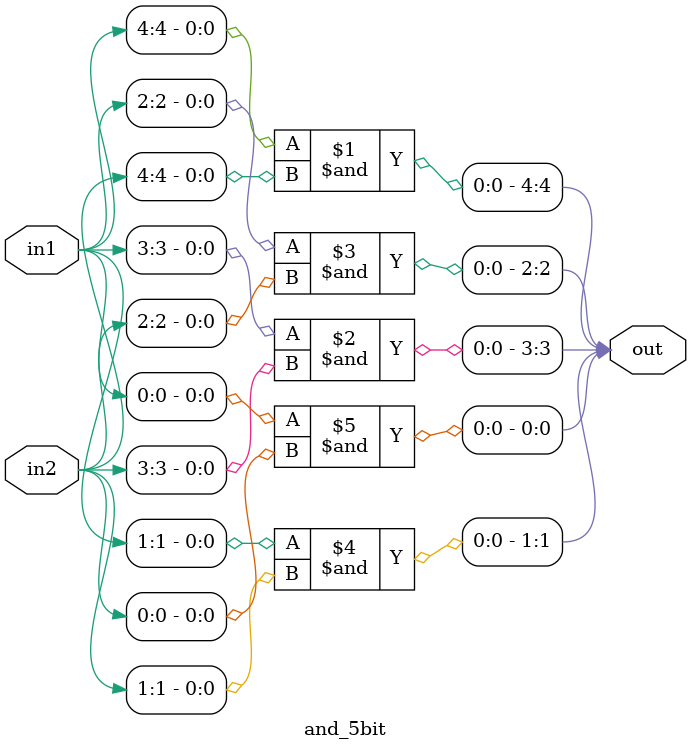
<source format=v>
module and_5bit(out,in1,in2);
input [4:0] in1, in2;
output [4:0] out;

and t0(out[4], in1[4], in2[4]);
and t1(out[3], in1[3], in2[3]);
and t2(out[2], in1[2], in2[2]);
and t3(out[1], in1[1], in2[1]);
and t4(out[0], in1[0], in2[0]);
	 
endmodule
</source>
